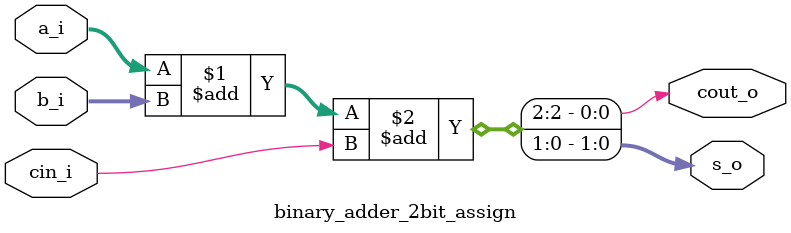
<source format=v>

`timescale 1ns / 1ps


module binary_adder_2bit_assign
(
input [1:0] a_i,
input [1:0] b_i,
input cin_i,
output [1:0] s_o,
output cout_o
);

assign {cout_o,s_o} = a_i + b_i + cin_i;

endmodule
</source>
